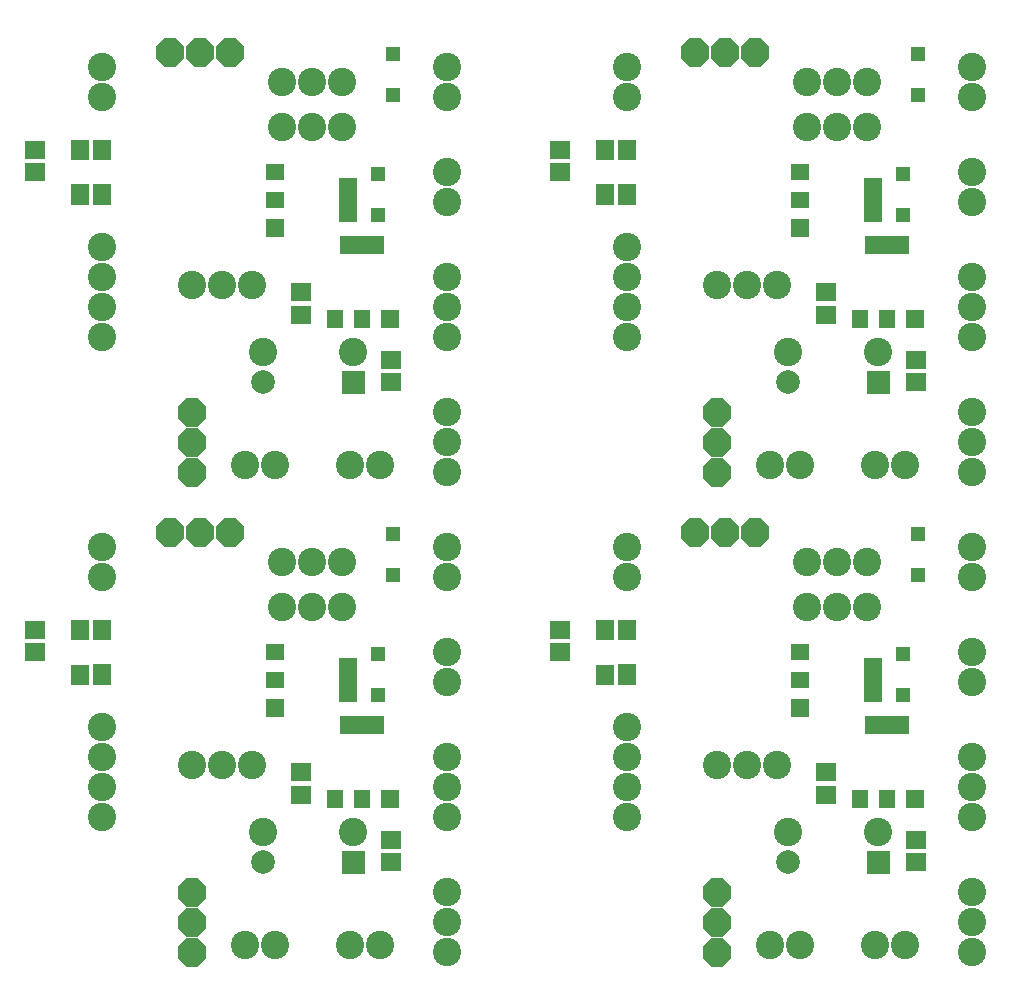
<source format=gbr>
%FSLAX34Y34*%
%MOMM*%
%LNSOLDERMASK_TOP*%
G71*
G01*
%ADD10R, 1.800X1.500*%
%ADD11R, 1.600X1.400*%
%ADD12R, 1.600X3.700*%
%ADD13R, 1.220X1.200*%
%ADD14R, 1.500X1.800*%
%ADD15C, 2.400*%
%ADD16C, 2.000*%
%ADD17R, 1.400X1.600*%
%ADD18R, 3.700X1.600*%
%LPD*%
X19050Y-98425D02*
G54D10*
D03*
X19050Y-117425D02*
G54D10*
D03*
X19050Y-117475D02*
G54D10*
D03*
X222250Y-117475D02*
G54D11*
D03*
X222250Y-140475D02*
G54D11*
D03*
X222250Y-163475D02*
G54D11*
D03*
X284250Y-140475D02*
G54D12*
D03*
X322356Y-17394D02*
G54D13*
D03*
X322356Y-52294D02*
G54D13*
D03*
X57150Y-98425D02*
G54D14*
D03*
X76150Y-98425D02*
G54D14*
D03*
G36*
X147420Y-383475D02*
X140400Y-376455D01*
X140400Y-366495D01*
X147420Y-359475D01*
X157380Y-359475D01*
X164400Y-366495D01*
X164400Y-376455D01*
X157380Y-383475D01*
X147420Y-383475D01*
G37*
G36*
X147420Y-358075D02*
X140400Y-351055D01*
X140400Y-341095D01*
X147420Y-334075D01*
X157380Y-334075D01*
X164400Y-341095D01*
X164400Y-351055D01*
X157380Y-358075D01*
X147420Y-358075D01*
G37*
G36*
X147420Y-332675D02*
X140400Y-325655D01*
X140400Y-315695D01*
X147420Y-308675D01*
X157380Y-308675D01*
X164400Y-315695D01*
X164400Y-325655D01*
X157380Y-332675D01*
X147420Y-332675D01*
G37*
G36*
X147420Y-358075D02*
X140400Y-351055D01*
X140400Y-341095D01*
X147420Y-334075D01*
X157380Y-334075D01*
X164400Y-341095D01*
X164400Y-351055D01*
X157380Y-358075D01*
X147420Y-358075D01*
G37*
X152400Y-212724D02*
G54D15*
D03*
X177800Y-212724D02*
G54D15*
D03*
X203200Y-212724D02*
G54D15*
D03*
X368300Y-320675D02*
G54D15*
D03*
X368300Y-346075D02*
G54D15*
D03*
X368300Y-371475D02*
G54D15*
D03*
X368300Y-206375D02*
G54D15*
D03*
X368300Y-231775D02*
G54D15*
D03*
X368300Y-257175D02*
G54D15*
D03*
G36*
X278925Y-305275D02*
X278925Y-285275D01*
X298925Y-285275D01*
X298925Y-305275D01*
X278925Y-305275D01*
G37*
X288925Y-269875D02*
G54D16*
D03*
X212725Y-269875D02*
G54D16*
D03*
X212725Y-295275D02*
G54D16*
D03*
X320675Y-276225D02*
G54D10*
D03*
X320675Y-295225D02*
G54D10*
D03*
X285750Y-365125D02*
G54D15*
D03*
X311150Y-365125D02*
G54D15*
D03*
X76200Y-53975D02*
G54D15*
D03*
X76200Y-28575D02*
G54D15*
D03*
X368300Y-28575D02*
G54D15*
D03*
X368300Y-53975D02*
G54D15*
D03*
X368300Y-117475D02*
G54D15*
D03*
X368300Y-142875D02*
G54D15*
D03*
G36*
X196150Y-20855D02*
X189130Y-27875D01*
X179170Y-27875D01*
X172150Y-20855D01*
X172150Y-10895D01*
X179170Y-3875D01*
X189130Y-3875D01*
X196150Y-10895D01*
X196150Y-20855D01*
G37*
G36*
X170750Y-20855D02*
X163730Y-27875D01*
X153770Y-27875D01*
X146750Y-20855D01*
X146750Y-10895D01*
X153770Y-3875D01*
X163730Y-3875D01*
X170750Y-10895D01*
X170750Y-20855D01*
G37*
G36*
X145350Y-20855D02*
X138330Y-27875D01*
X128370Y-27875D01*
X121350Y-20855D01*
X121350Y-10895D01*
X128370Y-3875D01*
X138330Y-3875D01*
X145350Y-10895D01*
X145350Y-20855D01*
G37*
G36*
X170750Y-20855D02*
X163730Y-27875D01*
X153770Y-27875D01*
X146750Y-20855D01*
X146750Y-10895D01*
X153770Y-3875D01*
X163730Y-3875D01*
X170750Y-10895D01*
X170750Y-20855D01*
G37*
X196850Y-365125D02*
G54D15*
D03*
X222250Y-365125D02*
G54D15*
D03*
X57150Y-136525D02*
G54D14*
D03*
G36*
X68650Y-127525D02*
X83650Y-127525D01*
X83650Y-145525D01*
X68650Y-145525D01*
X68650Y-127525D01*
G37*
X309656Y-118994D02*
G54D13*
D03*
X309656Y-153894D02*
G54D13*
D03*
X76200Y-180975D02*
G54D15*
D03*
X76200Y-206375D02*
G54D15*
D03*
X76200Y-231775D02*
G54D15*
D03*
X76200Y-257175D02*
G54D15*
D03*
X279400Y-41275D02*
G54D15*
D03*
X254000Y-41275D02*
G54D15*
D03*
X228600Y-41275D02*
G54D15*
D03*
X279400Y-79375D02*
G54D15*
D03*
X254000Y-79375D02*
G54D15*
D03*
X228600Y-79375D02*
G54D15*
D03*
X273050Y-241300D02*
G54D17*
D03*
X296050Y-241300D02*
G54D17*
D03*
X319050Y-241300D02*
G54D17*
D03*
X296050Y-179300D02*
G54D18*
D03*
X244450Y-219100D02*
G54D10*
D03*
X244450Y-238100D02*
G54D10*
D03*
X368300Y-231775D02*
G54D15*
D03*
X368300Y-346075D02*
G54D15*
D03*
X311150Y-365125D02*
G54D15*
D03*
X222250Y-365125D02*
G54D15*
D03*
X76200Y-28575D02*
G54D15*
D03*
X288925Y-269875D02*
G54D15*
D03*
X212725Y-269875D02*
G54D15*
D03*
X177800Y-212725D02*
G54D15*
D03*
X244475Y-219075D02*
G54D10*
D03*
G36*
X49650Y-127525D02*
X64650Y-127525D01*
X64650Y-145525D01*
X49650Y-145525D01*
X49650Y-127525D01*
G37*
X320675Y-241300D02*
G54D17*
D03*
X222250Y-165100D02*
G54D11*
D03*
X463550Y-98425D02*
G54D10*
D03*
X463550Y-117425D02*
G54D10*
D03*
X463550Y-117475D02*
G54D10*
D03*
X666750Y-117475D02*
G54D11*
D03*
X666750Y-140475D02*
G54D11*
D03*
X666750Y-163475D02*
G54D11*
D03*
X728750Y-140475D02*
G54D12*
D03*
X766856Y-17394D02*
G54D13*
D03*
X766856Y-52294D02*
G54D13*
D03*
X501650Y-98425D02*
G54D14*
D03*
X520650Y-98425D02*
G54D14*
D03*
G36*
X591920Y-383475D02*
X584900Y-376455D01*
X584900Y-366495D01*
X591920Y-359475D01*
X601880Y-359475D01*
X608900Y-366495D01*
X608900Y-376455D01*
X601880Y-383475D01*
X591920Y-383475D01*
G37*
G36*
X591920Y-358075D02*
X584900Y-351055D01*
X584900Y-341095D01*
X591920Y-334075D01*
X601880Y-334075D01*
X608900Y-341095D01*
X608900Y-351055D01*
X601880Y-358075D01*
X591920Y-358075D01*
G37*
G36*
X591920Y-332675D02*
X584900Y-325655D01*
X584900Y-315695D01*
X591920Y-308675D01*
X601880Y-308675D01*
X608900Y-315695D01*
X608900Y-325655D01*
X601880Y-332675D01*
X591920Y-332675D01*
G37*
G36*
X591920Y-358075D02*
X584900Y-351055D01*
X584900Y-341095D01*
X591920Y-334075D01*
X601880Y-334075D01*
X608900Y-341095D01*
X608900Y-351055D01*
X601880Y-358075D01*
X591920Y-358075D01*
G37*
X596900Y-212724D02*
G54D15*
D03*
X622300Y-212724D02*
G54D15*
D03*
X647700Y-212724D02*
G54D15*
D03*
X812800Y-320675D02*
G54D15*
D03*
X812800Y-346075D02*
G54D15*
D03*
X812800Y-371475D02*
G54D15*
D03*
X812800Y-206375D02*
G54D15*
D03*
X812800Y-231775D02*
G54D15*
D03*
X812800Y-257175D02*
G54D15*
D03*
G36*
X723425Y-305275D02*
X723425Y-285275D01*
X743425Y-285275D01*
X743425Y-305275D01*
X723425Y-305275D01*
G37*
X733425Y-269875D02*
G54D16*
D03*
X657225Y-269875D02*
G54D16*
D03*
X657225Y-295275D02*
G54D16*
D03*
X765175Y-276225D02*
G54D10*
D03*
X765175Y-295225D02*
G54D10*
D03*
X730250Y-365125D02*
G54D15*
D03*
X755650Y-365125D02*
G54D15*
D03*
X520700Y-53975D02*
G54D15*
D03*
X520700Y-28575D02*
G54D15*
D03*
X812800Y-28575D02*
G54D15*
D03*
X812800Y-53975D02*
G54D15*
D03*
X812800Y-117475D02*
G54D15*
D03*
X812800Y-142875D02*
G54D15*
D03*
G36*
X640650Y-20855D02*
X633630Y-27875D01*
X623670Y-27875D01*
X616650Y-20855D01*
X616650Y-10895D01*
X623670Y-3875D01*
X633630Y-3875D01*
X640650Y-10895D01*
X640650Y-20855D01*
G37*
G36*
X615250Y-20855D02*
X608230Y-27875D01*
X598270Y-27875D01*
X591250Y-20855D01*
X591250Y-10895D01*
X598270Y-3875D01*
X608230Y-3875D01*
X615250Y-10895D01*
X615250Y-20855D01*
G37*
G36*
X589850Y-20855D02*
X582830Y-27875D01*
X572870Y-27875D01*
X565850Y-20855D01*
X565850Y-10895D01*
X572870Y-3875D01*
X582830Y-3875D01*
X589850Y-10895D01*
X589850Y-20855D01*
G37*
G36*
X615250Y-20855D02*
X608230Y-27875D01*
X598270Y-27875D01*
X591250Y-20855D01*
X591250Y-10895D01*
X598270Y-3875D01*
X608230Y-3875D01*
X615250Y-10895D01*
X615250Y-20855D01*
G37*
X641350Y-365125D02*
G54D15*
D03*
X666750Y-365125D02*
G54D15*
D03*
X501650Y-136525D02*
G54D14*
D03*
G36*
X513150Y-127525D02*
X528150Y-127525D01*
X528150Y-145525D01*
X513150Y-145525D01*
X513150Y-127525D01*
G37*
X754156Y-118994D02*
G54D13*
D03*
X754156Y-153894D02*
G54D13*
D03*
X520700Y-180975D02*
G54D15*
D03*
X520700Y-206375D02*
G54D15*
D03*
X520700Y-231775D02*
G54D15*
D03*
X520700Y-257175D02*
G54D15*
D03*
X723900Y-41275D02*
G54D15*
D03*
X698500Y-41275D02*
G54D15*
D03*
X673100Y-41275D02*
G54D15*
D03*
X723900Y-79375D02*
G54D15*
D03*
X698500Y-79375D02*
G54D15*
D03*
X673100Y-79375D02*
G54D15*
D03*
X717550Y-241300D02*
G54D17*
D03*
X740550Y-241300D02*
G54D17*
D03*
X763550Y-241300D02*
G54D17*
D03*
X740550Y-179300D02*
G54D18*
D03*
X688950Y-219100D02*
G54D10*
D03*
X688950Y-238100D02*
G54D10*
D03*
X812800Y-231775D02*
G54D15*
D03*
X812800Y-346075D02*
G54D15*
D03*
X755650Y-365125D02*
G54D15*
D03*
X666750Y-365125D02*
G54D15*
D03*
X520700Y-28575D02*
G54D15*
D03*
X733425Y-269875D02*
G54D15*
D03*
X657225Y-269875D02*
G54D15*
D03*
X622300Y-212725D02*
G54D15*
D03*
X688975Y-219075D02*
G54D10*
D03*
G36*
X494150Y-127525D02*
X509150Y-127525D01*
X509150Y-145525D01*
X494150Y-145525D01*
X494150Y-127525D01*
G37*
X765175Y-241300D02*
G54D17*
D03*
X666750Y-165100D02*
G54D11*
D03*
X19050Y-504825D02*
G54D10*
D03*
X19050Y-523825D02*
G54D10*
D03*
X19050Y-523875D02*
G54D10*
D03*
X222250Y-523875D02*
G54D11*
D03*
X222250Y-546875D02*
G54D11*
D03*
X222250Y-569875D02*
G54D11*
D03*
X284250Y-546875D02*
G54D12*
D03*
X322356Y-423794D02*
G54D13*
D03*
X322356Y-458694D02*
G54D13*
D03*
X57150Y-504825D02*
G54D14*
D03*
X76150Y-504825D02*
G54D14*
D03*
G36*
X147420Y-789875D02*
X140400Y-782855D01*
X140400Y-772895D01*
X147420Y-765875D01*
X157380Y-765875D01*
X164400Y-772895D01*
X164400Y-782855D01*
X157380Y-789875D01*
X147420Y-789875D01*
G37*
G36*
X147420Y-764475D02*
X140400Y-757455D01*
X140400Y-747495D01*
X147420Y-740475D01*
X157380Y-740475D01*
X164400Y-747495D01*
X164400Y-757455D01*
X157380Y-764475D01*
X147420Y-764475D01*
G37*
G36*
X147420Y-739075D02*
X140400Y-732055D01*
X140400Y-722095D01*
X147420Y-715075D01*
X157380Y-715075D01*
X164400Y-722095D01*
X164400Y-732055D01*
X157380Y-739075D01*
X147420Y-739075D01*
G37*
G36*
X147420Y-764475D02*
X140400Y-757455D01*
X140400Y-747495D01*
X147420Y-740475D01*
X157380Y-740475D01*
X164400Y-747495D01*
X164400Y-757455D01*
X157380Y-764475D01*
X147420Y-764475D01*
G37*
X152400Y-619124D02*
G54D15*
D03*
X177800Y-619124D02*
G54D15*
D03*
X203200Y-619124D02*
G54D15*
D03*
X368300Y-727075D02*
G54D15*
D03*
X368300Y-752475D02*
G54D15*
D03*
X368300Y-777875D02*
G54D15*
D03*
X368300Y-612775D02*
G54D15*
D03*
X368300Y-638175D02*
G54D15*
D03*
X368300Y-663575D02*
G54D15*
D03*
G36*
X278925Y-711675D02*
X278925Y-691675D01*
X298925Y-691675D01*
X298925Y-711675D01*
X278925Y-711675D01*
G37*
X288925Y-676275D02*
G54D16*
D03*
X212725Y-676275D02*
G54D16*
D03*
X212725Y-701675D02*
G54D16*
D03*
X320675Y-682625D02*
G54D10*
D03*
X320675Y-701625D02*
G54D10*
D03*
X285750Y-771525D02*
G54D15*
D03*
X311150Y-771525D02*
G54D15*
D03*
X76200Y-460375D02*
G54D15*
D03*
X76200Y-434975D02*
G54D15*
D03*
X368300Y-434975D02*
G54D15*
D03*
X368300Y-460375D02*
G54D15*
D03*
X368300Y-523875D02*
G54D15*
D03*
X368300Y-549275D02*
G54D15*
D03*
G36*
X196150Y-427255D02*
X189130Y-434275D01*
X179170Y-434275D01*
X172150Y-427255D01*
X172150Y-417295D01*
X179170Y-410275D01*
X189130Y-410275D01*
X196150Y-417295D01*
X196150Y-427255D01*
G37*
G36*
X170750Y-427255D02*
X163730Y-434275D01*
X153770Y-434275D01*
X146750Y-427255D01*
X146750Y-417295D01*
X153770Y-410275D01*
X163730Y-410275D01*
X170750Y-417295D01*
X170750Y-427255D01*
G37*
G36*
X145350Y-427255D02*
X138330Y-434275D01*
X128370Y-434275D01*
X121350Y-427255D01*
X121350Y-417295D01*
X128370Y-410275D01*
X138330Y-410275D01*
X145350Y-417295D01*
X145350Y-427255D01*
G37*
G36*
X170750Y-427255D02*
X163730Y-434275D01*
X153770Y-434275D01*
X146750Y-427255D01*
X146750Y-417295D01*
X153770Y-410275D01*
X163730Y-410275D01*
X170750Y-417295D01*
X170750Y-427255D01*
G37*
X196850Y-771525D02*
G54D15*
D03*
X222250Y-771525D02*
G54D15*
D03*
X57150Y-542925D02*
G54D14*
D03*
G36*
X68650Y-533925D02*
X83650Y-533925D01*
X83650Y-551925D01*
X68650Y-551925D01*
X68650Y-533925D01*
G37*
X309656Y-525394D02*
G54D13*
D03*
X309656Y-560294D02*
G54D13*
D03*
X76200Y-587375D02*
G54D15*
D03*
X76200Y-612775D02*
G54D15*
D03*
X76200Y-638175D02*
G54D15*
D03*
X76200Y-663575D02*
G54D15*
D03*
X279400Y-447675D02*
G54D15*
D03*
X254000Y-447675D02*
G54D15*
D03*
X228600Y-447675D02*
G54D15*
D03*
X279400Y-485775D02*
G54D15*
D03*
X254000Y-485775D02*
G54D15*
D03*
X228600Y-485775D02*
G54D15*
D03*
X273050Y-647700D02*
G54D17*
D03*
X296050Y-647700D02*
G54D17*
D03*
X319050Y-647700D02*
G54D17*
D03*
X296050Y-585700D02*
G54D18*
D03*
X244450Y-625500D02*
G54D10*
D03*
X244450Y-644500D02*
G54D10*
D03*
X368300Y-638175D02*
G54D15*
D03*
X368300Y-752475D02*
G54D15*
D03*
X311150Y-771525D02*
G54D15*
D03*
X222250Y-771525D02*
G54D15*
D03*
X76200Y-434975D02*
G54D15*
D03*
X288925Y-676275D02*
G54D15*
D03*
X212725Y-676275D02*
G54D15*
D03*
X177800Y-619125D02*
G54D15*
D03*
X244475Y-625475D02*
G54D10*
D03*
X57150Y-542925D02*
G54D14*
D03*
X320675Y-647700D02*
G54D17*
D03*
X222250Y-571500D02*
G54D11*
D03*
X463550Y-504825D02*
G54D10*
D03*
X463550Y-523825D02*
G54D10*
D03*
X463550Y-523875D02*
G54D10*
D03*
X666750Y-523875D02*
G54D11*
D03*
X666750Y-546875D02*
G54D11*
D03*
X666750Y-569875D02*
G54D11*
D03*
X728750Y-546875D02*
G54D12*
D03*
X766856Y-423794D02*
G54D13*
D03*
X766856Y-458694D02*
G54D13*
D03*
X501650Y-504825D02*
G54D14*
D03*
X520650Y-504825D02*
G54D14*
D03*
G36*
X591920Y-789875D02*
X584900Y-782855D01*
X584900Y-772895D01*
X591920Y-765875D01*
X601880Y-765875D01*
X608900Y-772895D01*
X608900Y-782855D01*
X601880Y-789875D01*
X591920Y-789875D01*
G37*
G36*
X591920Y-764475D02*
X584900Y-757455D01*
X584900Y-747495D01*
X591920Y-740475D01*
X601880Y-740475D01*
X608900Y-747495D01*
X608900Y-757455D01*
X601880Y-764475D01*
X591920Y-764475D01*
G37*
G36*
X591920Y-739075D02*
X584900Y-732055D01*
X584900Y-722095D01*
X591920Y-715075D01*
X601880Y-715075D01*
X608900Y-722095D01*
X608900Y-732055D01*
X601880Y-739075D01*
X591920Y-739075D01*
G37*
G36*
X591920Y-764475D02*
X584900Y-757455D01*
X584900Y-747495D01*
X591920Y-740475D01*
X601880Y-740475D01*
X608900Y-747495D01*
X608900Y-757455D01*
X601880Y-764475D01*
X591920Y-764475D01*
G37*
X596900Y-619124D02*
G54D15*
D03*
X622300Y-619124D02*
G54D15*
D03*
X647700Y-619124D02*
G54D15*
D03*
X812800Y-727075D02*
G54D15*
D03*
X812800Y-752475D02*
G54D15*
D03*
X812800Y-777875D02*
G54D15*
D03*
X812800Y-612775D02*
G54D15*
D03*
X812800Y-638175D02*
G54D15*
D03*
X812800Y-663575D02*
G54D15*
D03*
G36*
X723425Y-711675D02*
X723425Y-691675D01*
X743425Y-691675D01*
X743425Y-711675D01*
X723425Y-711675D01*
G37*
X733425Y-676275D02*
G54D16*
D03*
X657225Y-676275D02*
G54D16*
D03*
X657225Y-701675D02*
G54D16*
D03*
X765175Y-682625D02*
G54D10*
D03*
X765175Y-701625D02*
G54D10*
D03*
X730250Y-771525D02*
G54D15*
D03*
X755650Y-771525D02*
G54D15*
D03*
X520700Y-460375D02*
G54D15*
D03*
X520700Y-434975D02*
G54D15*
D03*
X812800Y-434975D02*
G54D15*
D03*
X812800Y-460375D02*
G54D15*
D03*
X812800Y-523875D02*
G54D15*
D03*
X812800Y-549275D02*
G54D15*
D03*
G36*
X640650Y-427255D02*
X633630Y-434275D01*
X623670Y-434275D01*
X616650Y-427255D01*
X616650Y-417295D01*
X623670Y-410275D01*
X633630Y-410275D01*
X640650Y-417295D01*
X640650Y-427255D01*
G37*
G36*
X615250Y-427255D02*
X608230Y-434275D01*
X598270Y-434275D01*
X591250Y-427255D01*
X591250Y-417295D01*
X598270Y-410275D01*
X608230Y-410275D01*
X615250Y-417295D01*
X615250Y-427255D01*
G37*
G36*
X589850Y-427255D02*
X582830Y-434275D01*
X572870Y-434275D01*
X565850Y-427255D01*
X565850Y-417295D01*
X572870Y-410275D01*
X582830Y-410275D01*
X589850Y-417295D01*
X589850Y-427255D01*
G37*
G36*
X615250Y-427255D02*
X608230Y-434275D01*
X598270Y-434275D01*
X591250Y-427255D01*
X591250Y-417295D01*
X598270Y-410275D01*
X608230Y-410275D01*
X615250Y-417295D01*
X615250Y-427255D01*
G37*
X641350Y-771525D02*
G54D15*
D03*
X666750Y-771525D02*
G54D15*
D03*
X501650Y-542925D02*
G54D14*
D03*
G36*
X513150Y-533925D02*
X528150Y-533925D01*
X528150Y-551925D01*
X513150Y-551925D01*
X513150Y-533925D01*
G37*
X754156Y-525394D02*
G54D13*
D03*
X754156Y-560294D02*
G54D13*
D03*
X520700Y-587375D02*
G54D15*
D03*
X520700Y-612775D02*
G54D15*
D03*
X520700Y-638175D02*
G54D15*
D03*
X520700Y-663575D02*
G54D15*
D03*
X723900Y-447675D02*
G54D15*
D03*
X698500Y-447675D02*
G54D15*
D03*
X673100Y-447675D02*
G54D15*
D03*
X723900Y-485775D02*
G54D15*
D03*
X698500Y-485775D02*
G54D15*
D03*
X673100Y-485775D02*
G54D15*
D03*
X717550Y-647700D02*
G54D17*
D03*
X740550Y-647700D02*
G54D17*
D03*
X763550Y-647700D02*
G54D17*
D03*
X740550Y-585700D02*
G54D18*
D03*
X688950Y-625500D02*
G54D10*
D03*
X688950Y-644500D02*
G54D10*
D03*
X812800Y-638175D02*
G54D15*
D03*
X812800Y-752475D02*
G54D15*
D03*
X755650Y-771525D02*
G54D15*
D03*
X666750Y-771525D02*
G54D15*
D03*
X520700Y-434975D02*
G54D15*
D03*
X733425Y-676275D02*
G54D15*
D03*
X657225Y-676275D02*
G54D15*
D03*
X622300Y-619125D02*
G54D15*
D03*
X688975Y-625475D02*
G54D10*
D03*
X501650Y-542925D02*
G54D14*
D03*
X765175Y-647700D02*
G54D17*
D03*
X666750Y-571500D02*
G54D11*
D03*
M02*

</source>
